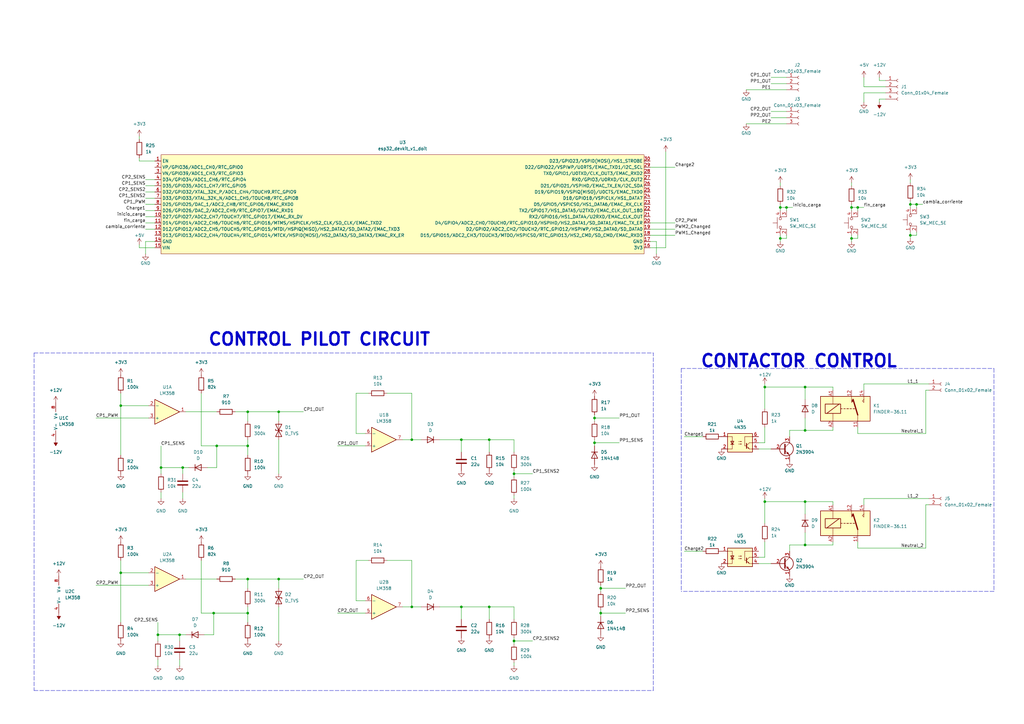
<source format=kicad_sch>
(kicad_sch (version 20211123) (generator eeschema)
  (paper "A3")
  (title_block (title "esp32evse") (date "2023-01-01") (rev "1.0") (company "Miguel Davila"))
  (lib_symbols
    (symbol "Amplifier_Operational:LM358" (pin_names (offset 0.127))
      (property "Reference" "U" (at 0 5.08 0))
      (property "Value" "LM358" (at 0 -5.08 0))
      (symbol "LM358_1_1"
        (pin output line (at 7.62 0 180) (length 2.54) (name "~") (number "1"))
        (pin input line (at -7.62 -2.54 0) (length 2.54) (name "-") (number "2"))
        (pin input line (at -7.62 2.54 0) (length 2.54) (name "+") (number "3"))
      )
      (symbol "LM358_2_1"
        (pin input line (at -7.62 2.54 0) (length 2.54) (name "+") (number "5"))
        (pin input line (at -7.62 -2.54 0) (length 2.54) (name "-") (number "6"))
        (pin output line (at 7.62 0 180) (length 2.54) (name "~") (number "7"))
      )
      (symbol "LM358_3_1"
        (pin power_in line (at -2.54 -7.62 90) (length 3.81) (name "V-") (number "4"))
        (pin power_in line (at -2.54 7.62 270) (length 3.81) (name "V+") (number "8"))
      )
    )
    (symbol "Connector:Conn_01x02_Female" (pin_names (offset 1.016) hide)
      (property "Reference" "J" (at 0 2.54 0))
      (property "Value" "Conn_01x02_Female" (at 0 -5.08 0))
      (symbol "Conn_01x02_Female_1_1"
        (pin passive line (at -5.08 0 0) (length 3.81) (name "Pin_1") (number "1"))
        (pin passive line (at -5.08 -2.54 0) (length 3.81) (name "Pin_2") (number "2"))
      )
    )
    (symbol "Connector:Conn_01x03_Female" (pin_names (offset 1.016) hide)
      (property "Reference" "J" (at 0 5.08 0))
      (property "Value" "Conn_01x03_Female" (at 0 -5.08 0))
      (symbol "Conn_01x03_Female_1_1"
        (pin passive line (at -5.08 2.54 0) (length 3.81) (name "Pin_1") (number "1"))
        (pin passive line (at -5.08 0 0) (length 3.81) (name "Pin_2") (number "2"))
        (pin passive line (at -5.08 -2.54 0) (length 3.81) (name "Pin_3") (number "3"))
      )
    )
    (symbol "Connector:Conn_01x04_Female" (pin_names (offset 1.016) hide)
      (property "Reference" "J" (at 0 5.08 0))
      (property "Value" "Conn_01x04_Female" (at 0 -7.62 0))
      (symbol "Conn_01x04_Female_1_1"
        (pin passive line (at -5.08 2.54 0) (length 3.81) (name "Pin_1") (number "1"))
        (pin passive line (at -5.08 0 0) (length 3.81) (name "Pin_2") (number "2"))
        (pin passive line (at -5.08 -2.54 0) (length 3.81) (name "Pin_3") (number "3"))
        (pin passive line (at -5.08 -5.08 0) (length 3.81) (name "Pin_4") (number "4"))
      )
    )
    (symbol "Device:C" (pin_numbers hide) (pin_names (offset 0.254))
      (property "Reference" "C" (at 0.635 2.54 0))
      (property "Value" "C" (at 0.635 -2.54 0))
      (symbol "C_1_1"
        (pin passive line (at 0 3.81 270) (length 2.794) (name "~") (number "1"))
        (pin passive line (at 0 -3.81 90) (length 2.794) (name "~") (number "2"))
      )
    )
    (symbol "Device:D" (pin_numbers hide) (pin_names (offset 1.016) hide)
      (property "Reference" "D" (at 0 2.54 0))
      (property "Value" "D" (at 0 -2.54 0))
      (symbol "D_1_1"
        (pin passive line (at -3.81 0 0) (length 2.54) (name "K") (number "1"))
        (pin passive line (at 3.81 0 180) (length 2.54) (name "A") (number "2"))
      )
    )
    (symbol "Device:D_TVS" (pin_numbers hide) (pin_names (offset 1.016) hide)
      (property "Reference" "D" (at 0 2.54 0))
      (property "Value" "D_TVS" (at 0 -2.54 0))
      (symbol "D_TVS_1_1"
        (pin passive line (at -3.81 0 0) (length 2.54) (name "A1") (number "1"))
        (pin passive line (at 3.81 0 180) (length 2.54) (name "A2") (number "2"))
      )
    )
    (symbol "Device:R" (pin_numbers hide) (pin_names (offset 0))
      (property "Reference" "R" (at 2.032 0 90))
      (property "Value" "R" (at 0 0 90))
      (symbol "R_1_1"
        (pin passive line (at 0 3.81 270) (length 1.27) (name "~") (number "1"))
        (pin passive line (at 0 -3.81 90) (length 1.27) (name "~") (number "2"))
      )
    )
    (symbol "Diode:1N4148" (pin_numbers hide) (pin_names (offset 1.016) hide)
      (property "Reference" "D" (at 0 2.54 0))
      (property "Value" "1N4148" (at 0 -2.54 0))
      (symbol "1N4148_1_1"
        (pin passive line (at -3.81 0 0) (length 2.54) (name "K") (number "1"))
        (pin passive line (at 3.81 0 180) (length 2.54) (name "A") (number "2"))
      )
    )
    (symbol "Isolator:4N35" (pin_names (offset 1.016))
      (property "Reference" "U" (at -5.08 5.08 0))
      (property "Value" "4N35" (at 0 5.08 0))
      (symbol "4N35_1_1"
        (pin passive line (at -7.62 2.54 0) (length 2.54) (name "~") (number "1"))
        (pin passive line (at -7.62 -2.54 0) (length 2.54) (name "~") (number "2"))
        (pin no_connect line (at -5.08 0 0) (length 2.54) hide (name "NC") (number "3"))
        (pin passive line (at 7.62 -2.54 180) (length 2.54) (name "~") (number "4"))
        (pin passive line (at 7.62 0 180) (length 2.54) (name "~") (number "5"))
        (pin passive line (at 7.62 2.54 180) (length 2.54) (name "~") (number "6"))
      )
    )
    (symbol "Relay:FINDER-36.11"
      (property "Reference" "K" (at 11.43 3.81 0))
      (property "Value" "FINDER-36.11" (at 11.43 1.27 0))
      (symbol "FINDER-36.11_1_1"
        (pin passive line (at 5.08 -7.62 90) (length 2.54) (name "~") (number "11"))
        (pin passive line (at 2.54 7.62 270) (length 2.54) (name "~") (number "12"))
        (pin passive line (at 7.62 7.62 270) (length 2.54) (name "~") (number "14"))
        (pin passive line (at -5.08 7.62 270) (length 2.54) (name "~") (number "A1"))
        (pin passive line (at -5.08 -7.62 90) (length 2.54) (name "~") (number "A2"))
      )
    )
    (symbol "Switch:SW_MEC_5E" (pin_names (offset 1.016) hide)
      (property "Reference" "SW" (at 0.635 5.715 0))
      (property "Value" "SW_MEC_5E" (at 0 -3.175 0))
      (symbol "SW_MEC_5E_0_1"
        (pin passive line (at -5.08 2.54 0) (length 2.54) (name "1") (number "1"))
        (pin passive line (at -5.08 0 0) (length 2.54) (name "2") (number "2"))
        (pin passive line (at 5.08 0 180) (length 2.54) (name "K") (number "3"))
        (pin passive line (at 5.08 2.54 180) (length 2.54) (name "A") (number "4"))
      )
    )
    (symbol "Transistor_BJT:2N3904" (pin_names (offset 0) hide)
      (property "Reference" "Q" (at 5.08 1.905 0))
      (property "Value" "2N3904" (at 5.08 0 0))
      (symbol "2N3904_1_1"
        (pin passive line (at 2.54 -5.08 90) (length 2.54) (name "E") (number "1"))
        (pin passive line (at -5.08 0 0) (length 5.715) (name "B") (number "2"))
        (pin passive line (at 2.54 5.08 270) (length 2.54) (name "C") (number "3"))
      )
    )
    (symbol "ipsotron:esp32_devkit_v1_doit"
      (property "Reference" "U" (at 0 24.13 0))
      (property "Value" "esp32_devkit_v1_doit" (at 1.27 -21.59 0))
      (symbol "esp32_devkit_v1_doit_1_1"
        (pin input line (at -101.6 19.05 0) (length 2.54) (name "EN") (number "1"))
        (pin bidirectional line (at -101.6 -3.81 0) (length 2.54) (name "D27/GPIO27/ADC2_CH7/TOUCH7/RTC_GPIO17/EMAC_RX_DV") (number "10"))
        (pin bidirectional line (at -101.6 -6.35 0) (length 2.54) (name "D14/GPIO14/ADC2_CH6/TOUCH6/RTC_GPIO16/MTMS/HSPICLK/HS2_CLK/SD_CLK/EMAC_TXD2") (number "11"))
        (pin bidirectional line (at -101.6 -8.89 0) (length 2.54) (name "D12/GPIO12/ADC2_CH5/TOUCH5/RTC_GPIO15/MTDI/HSPIQ(MISO)/HS2_DATA2/SD_DATA2/EMAC_TXD3") (number "12"))
        (pin bidirectional line (at -101.6 -11.43 0) (length 2.54) (name "D13/GPIO13/ADC2_CH4/TOUCH4/RTC_GPIO14/MTCK/HSPID(MOSI)/HS2_DATA3/SD_DATA3/EMAC_RX_ER") (number "13"))
        (pin power_in line (at -101.6 -13.97 0) (length 2.54) (name "GND") (number "14"))
        (pin power_in line (at -101.6 -16.51 0) (length 2.54) (name "VIN") (number "15"))
        (pin power_in line (at 101.6 -16.51 180) (length 2.54) (name "3V3") (number "16"))
        (pin power_in line (at 101.6 -13.97 180) (length 2.54) (name "GND") (number "17"))
        (pin power_in line (at 101.6 -11.43 180) (length 2.54) (name "D15/GPIO15/ADC2_CH3/TOUCH3/MTDO/HSPICS0/RTC_GPIO13/HS2_CMD/SD_CMD/EMAC_RXD3") (number "18"))
        (pin bidirectional line (at 101.6 -8.89 180) (length 2.54) (name "D2/GPIO2/ADC2_CH2/TOUCH2/RTC_GPIO12/HSPIWP/HS2_DATA0/SD_DATA0") (number "19"))
        (pin input line (at -101.6 16.51 0) (length 2.54) (name "VP/GPIO36/ADC1_CH0/RTC_GPIO0") (number "2"))
        (pin bidirectional line (at 101.6 -6.35 180) (length 2.54) (name "D4/GPIO4/ADC2_CH0/TOUCH0/RTC_GPIO10/HSPIHD/HS2_DATA1/SD_DATA1/EMAC_TX_ER") (number "20"))
        (pin bidirectional line (at 101.6 -3.81 180) (length 2.54) (name "RX2/GPIO16/HS1_DATA4/U2RXD/EMAC_CLK_OUT") (number "21"))
        (pin bidirectional line (at 101.6 -1.27 180) (length 2.54) (name "TX2/GPIO17/HS1_DATA5/U2TXD/EMAC_CLK_OUT_180") (number "22"))
        (pin bidirectional line (at 101.6 1.27 180) (length 2.54) (name "D5/GPIO5/VSPICS0/HS1_DATA6/EMAC_RX_CLK") (number "23"))
        (pin bidirectional line (at 101.6 3.81 180) (length 2.54) (name "D18/GPIO18/VSPICLK/HS1_DATA7") (number "24"))
        (pin bidirectional line (at 101.6 6.35 180) (length 2.54) (name "D19/GPIO19/VSPIQ(MISO)/U0CTS/EMAC_TXD0") (number "25"))
        (pin bidirectional line (at 101.6 8.89 180) (length 2.54) (name "D21/GPIO21/VSPIHD/EMAC_TX_EN/I2C_SDA") (number "26"))
        (pin bidirectional line (at 101.6 11.43 180) (length 2.54) (name "RX0/GPIO3/U0RXD/CLK_OUT2") (number "27"))
        (pin bidirectional line (at 101.6 13.97 180) (length 2.54) (name "TX0/GPIO1/U0TXD/CLK_OUT3/EMAC_RXD2") (number "28"))
        (pin bidirectional line (at 101.6 16.51 180) (length 2.54) (name "D22/GPIO22/VSPIWP/U0RTS/EMAC_TXD1/I2C_SCL") (number "29"))
        (pin input line (at -101.6 13.97 0) (length 2.54) (name "VN/GPIO39/ADC1_CH3/RTC_GPIO3") (number "3"))
        (pin bidirectional line (at 101.6 19.05 180) (length 2.54) (name "D23/GPIO23/VSPID(MOSI)/HS1_STROBE") (number "30"))
        (pin input line (at -101.6 11.43 0) (length 2.54) (name "D34/GPIO34/ADC1_CH6/RTC_GPIO4") (number "4"))
        (pin input line (at -101.6 8.89 0) (length 2.54) (name "D35/GPIO35/ADC1_CH7/RTC_GPIO5") (number "5"))
        (pin bidirectional line (at -101.6 6.35 0) (length 2.54) (name "D32/GPIO32/XTAL_32K_P/ADC1_CH4/TOUCH9,RTC_GPIO9") (number "6"))
        (pin bidirectional line (at -101.6 3.81 0) (length 2.54) (name "D33/GPIO33/XTAL_32K_N/ADC1_CH5/TOUCH8/RTC_GPIO8") (number "7"))
        (pin bidirectional line (at -101.6 1.27 0) (length 2.54) (name "D25/GPIO25/DAC_1/ADC2_CH8/RTC_GPIO6/EMAC_RXD0") (number "8"))
        (pin bidirectional line (at -101.6 -1.27 0) (length 2.54) (name "D26/GPIO26/DAC_2/ADC2_CH9/RTC_GPIO7/EMAC_RXD1") (number "9"))
      )
    )
    (symbol "power:+12V" (power) (pin_names (offset 0))
      (property "Value" "+12V" (at 0 3.556 0))
      (symbol "+12V_1_1"
        (pin power_in line (at 0 0 90) (length 0) hide (name "+12V") (number "1"))
      )
    )
    (symbol "power:+3V3" (power) (pin_names (offset 0))
      (property "Value" "+3V3" (at 0 3.556 0))
      (symbol "+3V3_1_1"
        (pin power_in line (at 0 0 90) (length 0) hide (name "+3V3") (number "1"))
      )
    )
    (symbol "power:+5V" (power) (pin_names (offset 0))
      (property "Value" "+5V" (at 0 3.556 0))
      (symbol "+5V_1_1"
        (pin power_in line (at 0 0 90) (length 0) hide (name "+5V") (number "1"))
      )
    )
    (symbol "power:-12V" (power) (pin_names (offset 0))
      (property "Value" "-12V" (at 0 3.81 0))
      (symbol "-12V_0_0"
        (pin power_in line (at 0 0 90) (length 0) hide (name "-12V") (number "1"))
      )
    )
    (symbol "power:GND" (power) (pin_names (offset 0))
      (property "Value" "GND" (at 0 -3.81 0))
      (symbol "GND_1_1"
        (pin power_in line (at 0 0 270) (length 0) hide (name "GND") (number "1"))
      )
    )
  )
  (junction (at 313.69 158.75))
  (junction (at 351.79 85.09))
  (junction (at 114.3 168.91))
  (junction (at 330.2 223.52))
  (junction (at 322.58 85.09))
  (junction (at 320.04 85.09))
  (junction (at 87.63 251.46))
  (junction (at 210.82 262.89))
  (junction (at 320.04 97.79))
  (junction (at 101.6 251.46))
  (junction (at 101.6 237.49))
  (junction (at 189.23 180.34))
  (junction (at 373.38 96.52))
  (junction (at 200.66 248.92))
  (junction (at 66.04 191.77))
  (junction (at 210.82 194.31))
  (junction (at 330.2 176.53))
  (junction (at 330.2 205.74))
  (junction (at 101.6 168.91))
  (junction (at 373.38 83.82))
  (junction (at 168.91 180.34))
  (junction (at 246.38 251.46))
  (junction (at 243.84 181.61))
  (junction (at 64.77 260.35))
  (junction (at 246.38 241.3))
  (junction (at 73.66 260.35))
  (junction (at 101.6 182.88))
  (junction (at 168.91 248.92))
  (junction (at 49.53 166.37))
  (junction (at 243.84 171.45))
  (junction (at 330.2 158.75))
  (junction (at 375.92 83.82))
  (junction (at 349.25 97.79))
  (junction (at 88.9 182.88))
  (junction (at 74.93 191.77))
  (junction (at 189.23 248.92))
  (junction (at 49.53 234.95))
  (junction (at 200.66 180.34))
  (junction (at 313.69 205.74))
  (junction (at 114.3 237.49))
  (junction (at 349.25 85.09))
  (wire (pts (xy 320.04 97.79) (xy 322.58 97.79)))
  (wire (pts (xy 373.38 96.52) (xy 373.38 97.79)))
  (wire (pts (xy 114.3 241.3) (xy 114.3 237.49)))
  (wire (pts (xy 375.92 83.82) (xy 378.46 83.82)))
  (wire (pts (xy 210.82 261.62) (xy 210.82 262.89)))
  (wire (pts (xy 146.05 161.29) (xy 151.13 161.29)))
  (wire (pts (xy 64.77 270.51) (xy 64.77 273.05)))
  (wire (pts (xy 101.6 168.91) (xy 101.6 172.72)))
  (wire (pts (xy 77.47 191.77) (xy 74.93 191.77)))
  (wire (pts (xy 354.33 204.47) (xy 381 204.47)))
  (wire (pts (xy 59.69 86.36) (xy 63.5 86.36)))
  (wire (pts (xy 341.63 222.25) (xy 341.63 223.52)))
  (wire (pts (xy 322.58 31.75) (xy 316.23 31.75)))
  (wire (pts (xy 73.66 270.51) (xy 73.66 273.05)))
  (wire (pts (xy 320.04 97.79) (xy 320.04 99.06)))
  (wire (pts (xy 200.66 180.34) (xy 200.66 185.42)))
  (wire (pts (xy 373.38 82.55) (xy 373.38 83.82)))
  (wire (pts (xy 349.25 97.79) (xy 349.25 99.06)))
  (wire (pts (xy 313.69 214.63) (xy 313.69 205.74)))
  (wire (pts (xy 66.04 182.88) (xy 66.04 191.77)))
  (wire (pts (xy 189.23 248.92) (xy 189.23 254)))
  (wire (pts (xy 269.24 99.06) (xy 269.24 104.14)))
  (wire (pts (xy 64.77 262.89) (xy 64.77 260.35)))
  (wire (pts (xy 341.63 158.75) (xy 330.2 158.75)))
  (wire (pts (xy 351.79 96.52) (xy 351.79 97.79)))
  (wire (pts (xy 138.43 182.88) (xy 149.86 182.88)))
  (wire (pts (xy 373.38 73.66) (xy 373.38 74.93)))
  (wire (pts (xy 349.25 96.52) (xy 349.25 97.79)))
  (wire (pts (xy 158.75 161.29) (xy 168.91 161.29)))
  (wire (pts (xy 243.84 181.61) (xy 243.84 182.88)))
  (wire (pts (xy 96.52 237.49) (xy 101.6 237.49)))
  (wire (pts (xy 87.63 260.35) (xy 87.63 251.46)))
  (wire (pts (xy 101.6 251.46) (xy 101.6 255.27)))
  (wire (pts (xy 313.69 228.6) (xy 313.69 222.25)))
  (wire (pts (xy 320.04 85.09) (xy 322.58 85.09)))
  (wire (pts (xy 64.77 260.35) (xy 73.66 260.35)))
  (wire (pts (xy 320.04 96.52) (xy 320.04 97.79)))
  (wire (pts (xy 114.3 237.49) (xy 101.6 237.49)))
  (wire (pts (xy 322.58 96.52) (xy 322.58 97.79)))
  (wire (pts (xy 210.82 193.04) (xy 210.82 194.31)))
  (polyline (pts (xy 267.97 283.21) (xy 267.97 144.78)))
  (wire (pts (xy 114.3 180.34) (xy 114.3 194.31)))
  (polyline (pts (xy 13.97 144.78) (xy 267.97 144.78)))
  (wire (pts (xy 210.82 248.92) (xy 210.82 254)))
  (wire (pts (xy 311.15 181.61) (xy 313.69 181.61)))
  (wire (pts (xy 49.53 166.37) (xy 60.96 166.37)))
  (wire (pts (xy 351.79 224.79) (xy 351.79 222.25)))
  (wire (pts (xy 57.15 55.88) (xy 57.15 57.15)))
  (polyline (pts (xy 407.67 151.13) (xy 407.67 242.57)))
  (wire (pts (xy 322.58 45.72) (xy 316.23 45.72)))
  (wire (pts (xy 323.85 223.52) (xy 330.2 223.52)))
  (wire (pts (xy 114.3 168.91) (xy 124.46 168.91)))
  (wire (pts (xy 349.25 85.09) (xy 349.25 86.36)))
  (wire (pts (xy 313.69 181.61) (xy 313.69 175.26)))
  (wire (pts (xy 66.04 191.77) (xy 74.93 191.77)))
  (wire (pts (xy 280.67 179.07) (xy 288.29 179.07)))
  (wire (pts (xy 180.34 248.92) (xy 189.23 248.92)))
  (wire (pts (xy 168.91 229.87) (xy 168.91 248.92)))
  (wire (pts (xy 351.79 177.8) (xy 379.73 177.8)))
  (wire (pts (xy 49.53 234.95) (xy 60.96 234.95)))
  (polyline (pts (xy 279.4 151.13) (xy 279.4 242.57)))
  (wire (pts (xy 114.3 248.92) (xy 114.3 262.89)))
  (wire (pts (xy 351.79 224.79) (xy 379.73 224.79)))
  (wire (pts (xy 322.58 85.09) (xy 325.12 85.09)))
  (wire (pts (xy 323.85 226.06) (xy 323.85 223.52)))
  (wire (pts (xy 101.6 237.49) (xy 101.6 241.3)))
  (wire (pts (xy 82.55 251.46) (xy 87.63 251.46)))
  (wire (pts (xy 168.91 248.92) (xy 165.1 248.92)))
  (wire (pts (xy 210.82 262.89) (xy 210.82 264.16)))
  (wire (pts (xy 246.38 250.19) (xy 246.38 251.46)))
  (wire (pts (xy 59.69 93.98) (xy 63.5 93.98)))
  (wire (pts (xy 146.05 246.38) (xy 146.05 229.87)))
  (wire (pts (xy 246.38 241.3) (xy 246.38 242.57)))
  (wire (pts (xy 363.22 40.64) (xy 360.68 40.64)))
  (wire (pts (xy 39.37 240.03) (xy 60.96 240.03)))
  (wire (pts (xy 379.73 160.02) (xy 381 160.02)))
  (wire (pts (xy 243.84 171.45) (xy 254 171.45)))
  (wire (pts (xy 313.69 157.48) (xy 313.69 158.75)))
  (wire (pts (xy 320.04 85.09) (xy 320.04 86.36)))
  (wire (pts (xy 341.63 160.02) (xy 341.63 158.75)))
  (wire (pts (xy 313.69 204.47) (xy 313.69 205.74)))
  (wire (pts (xy 266.7 68.58) (xy 276.86 68.58)))
  (wire (pts (xy 311.15 231.14) (xy 316.23 231.14)))
  (wire (pts (xy 76.2 237.49) (xy 88.9 237.49)))
  (wire (pts (xy 341.63 175.26) (xy 341.63 176.53)))
  (wire (pts (xy 363.22 35.56) (xy 354.33 35.56)))
  (wire (pts (xy 349.25 83.82) (xy 349.25 85.09)))
  (wire (pts (xy 82.55 229.87) (xy 82.55 251.46)))
  (wire (pts (xy 88.9 182.88) (xy 101.6 182.88)))
  (wire (pts (xy 200.66 248.92) (xy 200.66 254)))
  (wire (pts (xy 82.55 161.29) (xy 82.55 182.88)))
  (wire (pts (xy 101.6 248.92) (xy 101.6 251.46)))
  (wire (pts (xy 73.66 260.35) (xy 73.66 262.89)))
  (wire (pts (xy 313.69 158.75) (xy 330.2 158.75)))
  (wire (pts (xy 280.67 226.06) (xy 288.29 226.06)))
  (wire (pts (xy 210.82 180.34) (xy 210.82 185.42)))
  (wire (pts (xy 266.7 96.52) (xy 276.86 96.52)))
  (wire (pts (xy 379.73 224.79) (xy 379.73 207.01)))
  (wire (pts (xy 323.85 176.53) (xy 330.2 176.53)))
  (wire (pts (xy 57.15 100.33) (xy 57.15 101.6)))
  (wire (pts (xy 266.7 99.06) (xy 269.24 99.06)))
  (wire (pts (xy 349.25 97.79) (xy 351.79 97.79)))
  (wire (pts (xy 351.79 177.8) (xy 351.79 175.26)))
  (wire (pts (xy 210.82 194.31) (xy 218.44 194.31)))
  (wire (pts (xy 379.73 207.01) (xy 381 207.01)))
  (wire (pts (xy 246.38 251.46) (xy 256.54 251.46)))
  (wire (pts (xy 66.04 194.31) (xy 66.04 191.77)))
  (wire (pts (xy 360.68 31.75) (xy 360.68 33.02)))
  (wire (pts (xy 243.84 170.18) (xy 243.84 171.45)))
  (wire (pts (xy 273.05 62.23) (xy 273.05 101.6)))
  (wire (pts (xy 243.84 181.61) (xy 254 181.61)))
  (wire (pts (xy 354.33 160.02) (xy 354.33 157.48)))
  (wire (pts (xy 246.38 241.3) (xy 256.54 241.3)))
  (wire (pts (xy 114.3 168.91) (xy 101.6 168.91)))
  (wire (pts (xy 349.25 85.09) (xy 351.79 85.09)))
  (wire (pts (xy 373.38 83.82) (xy 375.92 83.82)))
  (wire (pts (xy 246.38 251.46) (xy 246.38 252.73)))
  (wire (pts (xy 74.93 191.77) (xy 74.93 194.31)))
  (wire (pts (xy 57.15 101.6) (xy 63.5 101.6)))
  (wire (pts (xy 149.86 177.8) (xy 146.05 177.8)))
  (wire (pts (xy 66.04 201.93) (xy 66.04 204.47)))
  (wire (pts (xy 59.69 81.28) (xy 63.5 81.28)))
  (wire (pts (xy 76.2 260.35) (xy 73.66 260.35)))
  (wire (pts (xy 59.69 91.44) (xy 63.5 91.44)))
  (polyline (pts (xy 13.97 283.21) (xy 267.97 283.21)))
  (wire (pts (xy 349.25 74.93) (xy 349.25 76.2)))
  (wire (pts (xy 373.38 83.82) (xy 373.38 85.09)))
  (wire (pts (xy 59.69 99.06) (xy 59.69 104.14)))
  (wire (pts (xy 354.33 207.01) (xy 354.33 204.47)))
  (wire (pts (xy 266.7 91.44) (xy 276.86 91.44)))
  (wire (pts (xy 168.91 180.34) (xy 172.72 180.34)))
  (wire (pts (xy 59.69 76.2) (xy 63.5 76.2)))
  (wire (pts (xy 330.2 205.74) (xy 330.2 210.82)))
  (wire (pts (xy 88.9 191.77) (xy 88.9 182.88)))
  (wire (pts (xy 101.6 182.88) (xy 101.6 186.69)))
  (wire (pts (xy 313.69 167.64) (xy 313.69 158.75)))
  (wire (pts (xy 168.91 248.92) (xy 172.72 248.92)))
  (wire (pts (xy 168.91 161.29) (xy 168.91 180.34)))
  (wire (pts (xy 59.69 78.74) (xy 63.5 78.74)))
  (wire (pts (xy 341.63 176.53) (xy 330.2 176.53)))
  (wire (pts (xy 360.68 33.02) (xy 363.22 33.02)))
  (wire (pts (xy 351.79 86.36) (xy 351.79 85.09)))
  (wire (pts (xy 354.33 38.1) (xy 354.33 41.91)))
  (wire (pts (xy 322.58 50.8) (xy 306.07 50.8)))
  (wire (pts (xy 189.23 248.92) (xy 200.66 248.92)))
  (wire (pts (xy 360.68 40.64) (xy 360.68 41.91)))
  (wire (pts (xy 351.79 85.09) (xy 354.33 85.09)))
  (wire (pts (xy 39.37 171.45) (xy 60.96 171.45)))
  (wire (pts (xy 82.55 182.88) (xy 88.9 182.88)))
  (polyline (pts (xy 407.67 242.57) (xy 279.4 242.57)))
  (wire (pts (xy 322.58 36.83) (xy 306.07 36.83)))
  (wire (pts (xy 330.2 158.75) (xy 330.2 163.83)))
  (wire (pts (xy 200.66 248.92) (xy 210.82 248.92)))
  (wire (pts (xy 101.6 180.34) (xy 101.6 182.88)))
  (wire (pts (xy 243.84 180.34) (xy 243.84 181.61)))
  (wire (pts (xy 49.53 166.37) (xy 49.53 186.69)))
  (wire (pts (xy 330.2 171.45) (xy 330.2 176.53)))
  (wire (pts (xy 373.38 96.52) (xy 375.92 96.52)))
  (wire (pts (xy 57.15 66.04) (xy 57.15 64.77)))
  (wire (pts (xy 85.09 191.77) (xy 88.9 191.77)))
  (wire (pts (xy 96.52 168.91) (xy 101.6 168.91)))
  (wire (pts (xy 330.2 218.44) (xy 330.2 223.52)))
  (wire (pts (xy 320.04 74.93) (xy 320.04 76.2)))
  (wire (pts (xy 354.33 157.48) (xy 381 157.48)))
  (wire (pts (xy 200.66 180.34) (xy 210.82 180.34)))
  (wire (pts (xy 246.38 240.03) (xy 246.38 241.3)))
  (wire (pts (xy 313.69 205.74) (xy 330.2 205.74)))
  (wire (pts (xy 341.63 223.52) (xy 330.2 223.52)))
  (wire (pts (xy 322.58 48.26) (xy 316.23 48.26)))
  (wire (pts (xy 74.93 201.93) (xy 74.93 204.47)))
  (wire (pts (xy 168.91 180.34) (xy 165.1 180.34)))
  (wire (pts (xy 146.05 177.8) (xy 146.05 161.29)))
  (wire (pts (xy 375.92 95.25) (xy 375.92 96.52)))
  (wire (pts (xy 243.84 171.45) (xy 243.84 172.72)))
  (wire (pts (xy 210.82 271.78) (xy 210.82 273.05)))
  (wire (pts (xy 149.86 246.38) (xy 146.05 246.38)))
  (wire (pts (xy 63.5 99.06) (xy 59.69 99.06)))
  (wire (pts (xy 59.69 73.66) (xy 63.5 73.66)))
  (wire (pts (xy 49.53 234.95) (xy 49.53 255.27)))
  (wire (pts (xy 114.3 237.49) (xy 124.46 237.49)))
  (wire (pts (xy 210.82 203.2) (xy 210.82 204.47)))
  (wire (pts (xy 87.63 251.46) (xy 101.6 251.46)))
  (wire (pts (xy 59.69 88.9) (xy 63.5 88.9)))
  (wire (pts (xy 379.73 177.8) (xy 379.73 160.02)))
  (wire (pts (xy 273.05 101.6) (xy 266.7 101.6)))
  (wire (pts (xy 83.82 260.35) (xy 87.63 260.35)))
  (wire (pts (xy 180.34 180.34) (xy 189.23 180.34)))
  (wire (pts (xy 363.22 38.1) (xy 354.33 38.1)))
  (wire (pts (xy 375.92 85.09) (xy 375.92 83.82)))
  (wire (pts (xy 320.04 83.82) (xy 320.04 85.09)))
  (wire (pts (xy 341.63 207.01) (xy 341.63 205.74)))
  (wire (pts (xy 322.58 34.29) (xy 316.23 34.29)))
  (wire (pts (xy 146.05 229.87) (xy 151.13 229.87)))
  (wire (pts (xy 114.3 172.72) (xy 114.3 168.91)))
  (wire (pts (xy 373.38 95.25) (xy 373.38 96.52)))
  (wire (pts (xy 323.85 179.07) (xy 323.85 176.53)))
  (wire (pts (xy 59.69 83.82) (xy 63.5 83.82)))
  (wire (pts (xy 210.82 194.31) (xy 210.82 195.58)))
  (wire (pts (xy 76.2 168.91) (xy 88.9 168.91)))
  (wire (pts (xy 64.77 255.27) (xy 64.77 260.35)))
  (wire (pts (xy 158.75 229.87) (xy 168.91 229.87)))
  (wire (pts (xy 210.82 262.89) (xy 218.44 262.89)))
  (wire (pts (xy 311.15 228.6) (xy 313.69 228.6)))
  (wire (pts (xy 63.5 66.04) (xy 57.15 66.04)))
  (polyline (pts (xy 13.97 144.78) (xy 13.97 283.21)))
  (wire (pts (xy 189.23 180.34) (xy 189.23 185.42)))
  (wire (pts (xy 49.53 229.87) (xy 49.53 234.95)))
  (wire (pts (xy 354.33 35.56) (xy 354.33 31.75)))
  (wire (pts (xy 266.7 93.98) (xy 276.86 93.98)))
  (polyline (pts (xy 279.4 151.13) (xy 407.67 151.13)))
  (wire (pts (xy 49.53 161.29) (xy 49.53 166.37)))
  (wire (pts (xy 311.15 184.15) (xy 316.23 184.15)))
  (wire (pts (xy 322.58 86.36) (xy 322.58 85.09)))
  (wire (pts (xy 341.63 205.74) (xy 330.2 205.74)))
  (wire (pts (xy 189.23 180.34) (xy 200.66 180.34)))
  (wire (pts (xy 138.43 251.46) (xy 149.86 251.46)))
  (text "CONTACTOR CONTROL" (at 287.02 151.13 0) (effects (font (size 5 5) (thickness 1) bold) (justify left bottom)))
  (text "CONTROL PILOT CIRCUIT" (at 85.09 142.24 0) (effects (font (size 5 5) (thickness 1) bold) (justify left bottom)))
  (label "CP1_PWM" (at 59.69 83.82 180))
  (label "CP1_PWM" (at 39.37 171.45 0))
  (label "Charge2" (at 276.86 68.58 0))
  (label "inicio_carga" (at 59.69 88.9 180))
  (label "Neutral_1" (at 369.57 177.8 0))
  (label "cambia_corriente" (at 378.46 83.82 0))
  (label "fin_carga" (at 59.69 91.44 180))
  (label "PWM1_Changed" (at 276.86 96.52 0))
  (label "CP1_OUT" (at 316.23 31.75 180))
  (label "Charge1" (at 280.67 179.07 0))
  (label "PP2_SENS" (at 256.54 251.46 0))
  (label "CP1_OUT" (at 124.46 168.91 0))
  (label "PP1_OUT" (at 316.23 34.29 180))
  (label "CP2_SENS2" (at 59.69 78.74 180))
  (label "CP2_OUT" (at 124.46 237.49 0))
  (label "PP1_SENS" (at 254 181.61 0))
  (label "CP2_PWM" (at 39.37 240.03 0))
  (label "CP1_SENS2" (at 218.44 194.31 0))
  (label "L1_2" (at 372.11 204.47 0))
  (label "CP2_OUT" (at 316.23 45.72 180))
  (label "CP2_PWM" (at 276.86 91.44 0))
  (label "CP2_SENS" (at 64.77 255.27 180))
  (label "PE2" (at 316.23 50.8 180))
  (label "CP2_OUT" (at 138.43 251.46 0))
  (label "CP2_SENS2" (at 218.44 262.89 0))
  (label "PWM2_Changed" (at 276.86 93.98 0))
  (label "CP2_SENS" (at 59.69 73.66 180))
  (label "PP1_OUT" (at 254 171.45 0))
  (label "inicio_carga" (at 325.12 85.09 0))
  (label "Charge2" (at 280.67 226.06 0))
  (label "Neutral_2" (at 369.57 224.79 0))
  (label "L1_1" (at 372.11 157.48 0))
  (label "CP1_SENS" (at 66.04 182.88 0))
  (label "Charge1" (at 59.69 86.36 180))
  (label "CP1_OUT" (at 138.43 182.88 0))
  (label "PE1" (at 316.23 36.83 180))
  (label "PP2_OUT" (at 316.23 48.26 180))
  (label "CP1_SENS" (at 59.69 76.2 180))
  (label "CP1_SENS2" (at 59.69 81.28 180))
  (label "fin_carga" (at 354.33 85.09 0))
  (label "cambia_corriente" (at 59.69 93.98 180))
  (label "PP2_OUT" (at 256.54 241.3 0))
  (symbol (lib_id "power:-12V") (at 360.68 41.91 180) (unit 1)
    (property "Reference" "#PWR030" (effects hide))
    (property "Value" "-12V" (at 360.68 46.99 0))
  )
  (symbol (lib_id "power:+3V3") (at 373.38 73.66 0) (unit 1)
    (property "Reference" "#PWR035" (effects hide))
    (property "Value" "+3V3" (at 373.38 68.58 0))
  )
  (symbol (lib_id "Device:R") (at 313.69 218.44 180) (unit 1)
    (property "Reference" "R24" (at 316.23 217.1699 0) (effects (justify right)))
    (property "Value" "1k" (at 316.23 219.7099 0) (effects (justify right)))
    (property "Footprint" "Resistor_THT:R_Axial_DIN0204_L3.6mm_D1.6mm_P7.62mm_Horizontal" (effects hide))
  )
  (symbol (lib_id "Device:R") (at 154.94 229.87 90) (unit 1)
    (property "Reference" "R14" (at 154.94 223.52 90))
    (property "Value" "10k" (at 154.94 226.06 90))
    (property "Footprint" "Resistor_THT:R_Axial_DIN0204_L3.6mm_D1.6mm_P7.62mm_Horizontal" (effects hide))
  )
  (symbol (lib_id "power:GND") (at 210.82 204.47 0) (unit 1)
    (property "Reference" "#PWR0115" (effects hide))
    (property "Value" "GND" (at 210.82 209.55 0))
  )
  (symbol (lib_id "Device:R") (at 49.53 157.48 0) (unit 1)
    (property "Reference" "R1" (at 52.07 156.2099 0) (effects (justify left)))
    (property "Value" "100k" (at 52.07 158.7499 0) (effects (justify left)))
    (property "Footprint" "Resistor_THT:R_Axial_DIN0204_L3.6mm_D1.6mm_P7.62mm_Horizontal" (effects hide))
  )
  (symbol (lib_id "Device:C") (at 189.23 257.81 0) (unit 1)
    (property "Reference" "C2" (at 193.04 256.5399 0) (effects (justify left)))
    (property "Value" "22u" (at 193.04 259.0799 0) (effects (justify left)))
    (property "Footprint" "Capacitor_THT:C_Radial_D5.0mm_H7.0mm_P2.00mm" (effects hide))
  )
  (symbol (lib_id "power:GND") (at 114.3 262.89 0) (unit 1)
    (property "Reference" "#PWR012" (effects hide))
    (property "Value" "GND" (at 114.3 267.97 0))
  )
  (symbol (lib_id "power:GND") (at 189.23 193.04 0) (unit 1)
    (property "Reference" "#PWR013" (effects hide))
    (property "Value" "GND" (at 189.23 198.12 0))
  )
  (symbol (lib_id "Device:D") (at 330.2 167.64 270) (unit 1)
    (property "Reference" "D8" (at 332.74 166.3699 90) (effects (justify left)))
    (property "Value" "D" (at 332.74 168.9099 90) (effects (justify left)))
    (property "Footprint" "Diode_THT:D_DO-35_SOD27_P7.62mm_Horizontal" (effects hide))
  )
  (symbol (lib_id "power:+12V") (at 360.68 31.75 0) (unit 1)
    (property "Reference" "#PWR029" (effects hide))
    (property "Value" "+12V" (at 360.68 26.67 0))
  )
  (symbol (lib_id "Device:C") (at 74.93 198.12 0) (unit 1)
    (property "Reference" "C4" (at 78.74 196.8499 0) (effects (justify left)))
    (property "Value" "22u" (at 78.74 199.3899 0) (effects (justify left)))
    (property "Footprint" "Capacitor_THT:C_Radial_D5.0mm_H7.0mm_P2.00mm" (effects hide))
  )
  (symbol (lib_id "power:+5V") (at 57.15 100.33 0) (unit 1)
    (property "Reference" "#PWR0118" (effects hide))
    (property "Value" "+5V" (at 57.15 96.52 0))
  )
  (symbol (lib_id "Device:R") (at 64.77 266.7 0) (unit 1)
    (property "Reference" "R30" (at 67.31 265.4299 0) (effects (justify left)))
    (property "Value" "10k" (at 67.31 267.9699 0) (effects (justify left)))
    (property "Footprint" "Resistor_THT:R_Axial_DIN0204_L3.6mm_D1.6mm_P7.62mm_Horizontal" (effects hide))
  )
  (symbol (lib_id "power:GND") (at 49.53 194.31 0) (unit 1)
    (property "Reference" "#PWR04" (effects hide))
    (property "Value" "GND" (at 49.53 199.39 0))
  )
  (symbol (lib_id "power:+12V") (at 313.69 157.48 0) (unit 1)
    (property "Reference" "#PWR0108" (effects hide))
    (property "Value" "+12V" (at 313.69 153.67 0))
  )
  (symbol (lib_id "Device:R") (at 292.1 179.07 90) (unit 1)
    (property "Reference" "R21" (at 292.1 173.99 90))
    (property "Value" "1k" (at 292.1 176.53 90))
    (property "Footprint" "Resistor_THT:R_Axial_DIN0204_L3.6mm_D1.6mm_P7.62mm_Horizontal" (effects hide))
  )
  (symbol (lib_id "Transistor_BJT:2N3904") (at 321.31 184.15 0) (unit 1)
    (property "Reference" "Q1" (at 326.39 182.8799 0) (effects (justify left)))
    (property "Value" "2N3904" (at 326.39 185.4199 0) (effects (justify left)))
    (property "Footprint" "Package_TO_SOT_THT:TO-92_Inline_Wide" (effects hide))
    (property "Datasheet" "https://www.onsemi.com/pub/Collateral/2N3903-D.PDF" (effects hide))
  )
  (symbol (lib_id "Connector:Conn_01x03_Female") (at 327.66 34.29 0) (unit 1)
    (property "Reference" "J2" (at 327.025 26.67 0))
    (property "Value" "Conn_01x03_Female" (at 327.025 29.21 0))
    (property "Footprint" "Connector_JST:JST_NV_B03P-NV_1x03_P5.00mm_Vertical" (effects hide))
  )
  (symbol (lib_id "Device:R") (at 101.6 245.11 0) (unit 1)
    (property "Reference" "R11" (at 104.14 243.8399 0) (effects (justify left)))
    (property "Value" "300k" (at 104.14 246.3799 0) (effects (justify left)))
    (property "Footprint" "Resistor_THT:R_Axial_DIN0204_L3.6mm_D1.6mm_P7.62mm_Horizontal" (effects hide))
  )
  (symbol (lib_id "Device:R") (at 82.55 226.06 0) (unit 1)
    (property "Reference" "R6" (at 85.09 224.7899 0) (effects (justify left)))
    (property "Value" "82k" (at 85.09 227.3299 0) (effects (justify left)))
    (property "Footprint" "Resistor_THT:R_Axial_DIN0204_L3.6mm_D1.6mm_P7.62mm_Horizontal" (effects hide))
  )
  (symbol (lib_id "ipsotron:esp32_devkit_v1_doit") (at 165.1 85.09 0) (unit 1)
    (property "Reference" "U3" (at 165.1 58.42 0))
    (property "Value" "esp32_devkit_v1_doit" (at 165.1 60.96 0))
    (property "Footprint" "ipsotron:ESP32_Devkit_v1_doit_30pin" (effects hide))
  )
  (symbol (lib_id "power:GND") (at 200.66 261.62 0) (unit 1)
    (property "Reference" "#PWR016" (effects hide))
    (property "Value" "GND" (at 200.66 266.7 0))
  )
  (symbol (lib_id "Device:D") (at 176.53 248.92 180) (unit 1)
    (property "Reference" "D4" (at 176.53 242.57 0))
    (property "Value" "D" (at 176.53 245.11 0))
    (property "Footprint" "Diode_THT:D_T-1_P10.16mm_Horizontal" (effects hide))
  )
  (symbol (lib_id "Device:R") (at 154.94 161.29 90) (unit 1)
    (property "Reference" "R13" (at 154.94 154.94 90))
    (property "Value" "10k" (at 154.94 157.48 90))
    (property "Footprint" "Resistor_THT:R_Axial_DIN0204_L3.6mm_D1.6mm_P7.62mm_Horizontal" (effects hide))
  )
  (symbol (lib_id "Diode:1N4148") (at 246.38 256.54 270) (unit 1)
    (property "Reference" "D6" (at 248.92 255.2699 90) (effects (justify left)))
    (property "Value" "1N4148" (at 248.92 257.8099 90) (effects (justify left)))
    (property "Footprint" "Diode_THT:D_DO-35_SOD27_P7.62mm_Horizontal" (effects hide))
    (property "Datasheet" "https://assets.nexperia.com/documents/data-sheet/1N4148_1N4448.pdf" (effects hide))
  )
  (symbol (lib_id "power:+3V3") (at 49.53 153.67 0) (unit 1)
    (property "Reference" "#PWR03" (effects hide))
    (property "Value" "+3V3" (at 49.53 148.59 0))
  )
  (symbol (lib_id "power:+3V3") (at 243.84 162.56 0) (unit 1)
    (property "Reference" "#PWR017" (effects hide))
    (property "Value" "+3V3" (at 243.84 157.48 0))
  )
  (symbol (lib_id "Device:R") (at 210.82 257.81 0) (unit 1)
    (property "Reference" "R28" (at 213.36 256.5399 0) (effects (justify left)))
    (property "Value" "300k" (at 213.36 259.0799 0) (effects (justify left)))
    (property "Footprint" "Resistor_THT:R_Axial_DIN0204_L3.6mm_D1.6mm_P7.62mm_Horizontal" (effects hide))
  )
  (symbol (lib_id "power:GND") (at 101.6 262.89 0) (unit 1)
    (property "Reference" "#PWR010" (effects hide))
    (property "Value" "GND" (at 101.6 267.97 0))
  )
  (symbol (lib_id "Connector:Conn_01x02_Female") (at 386.08 157.48 0) (unit 1)
    (property "Reference" "J4" (at 387.35 157.4799 0) (effects (justify left)))
    (property "Value" "Conn_01x02_Female" (at 387.35 160.0199 0) (effects (justify left)))
    (property "Footprint" "Connector_JST:JST_NV_B02P-NV_1x02_P5.00mm_Vertical" (effects hide))
  )
  (symbol (lib_id "power:+3V3") (at 82.55 153.67 0) (unit 1)
    (property "Reference" "#PWR07" (effects hide))
    (property "Value" "+3V3" (at 82.55 148.59 0))
  )
  (symbol (lib_id "power:+12V") (at 313.69 204.47 0) (unit 1)
    (property "Reference" "#PWR0112" (effects hide))
    (property "Value" "+12V" (at 313.69 200.66 0))
  )
  (symbol (lib_id "power:GND") (at 49.53 262.89 0) (unit 1)
    (property "Reference" "#PWR06" (effects hide))
    (property "Value" "GND" (at 49.53 267.97 0))
  )
  (symbol (lib_id "power:+3V3") (at 246.38 232.41 0) (unit 1)
    (property "Reference" "#PWR019" (effects hide))
    (property "Value" "+3V3" (at 246.38 227.33 0))
  )
  (symbol (lib_id "power:GND") (at 66.04 204.47 0) (unit 1)
    (property "Reference" "#PWR024" (effects hide))
    (property "Value" "GND" (at 66.04 209.55 0))
  )
  (symbol (lib_id "Device:R") (at 92.71 237.49 90) (unit 1)
    (property "Reference" "R8" (at 92.71 231.14 90))
    (property "Value" "910" (at 92.71 233.68 90))
    (property "Footprint" "Resistor_THT:R_Axial_DIN0204_L3.6mm_D1.6mm_P7.62mm_Horizontal" (effects hide))
  )
  (symbol (lib_id "power:GND") (at 373.38 97.79 0) (mirror y) (unit 1)
    (property "Reference" "#PWR036" (effects hide))
    (property "Value" "GND" (at 373.38 101.6 0))
  )
  (symbol (lib_id "Device:R") (at 66.04 198.12 0) (unit 1)
    (property "Reference" "R31" (at 68.58 196.8499 0) (effects (justify left)))
    (property "Value" "10k" (at 68.58 199.3899 0) (effects (justify left)))
    (property "Footprint" "Resistor_THT:R_Axial_DIN0204_L3.6mm_D1.6mm_P7.62mm_Horizontal" (effects hide))
  )
  (symbol (lib_id "power:GND") (at 349.25 99.06 0) (mirror y) (unit 1)
    (property "Reference" "#PWR034" (effects hide))
    (property "Value" "GND" (at 349.25 102.87 0))
  )
  (symbol (lib_id "power:GND") (at 64.77 273.05 0) (unit 1)
    (property "Reference" "#PWR023" (effects hide))
    (property "Value" "GND" (at 64.77 278.13 0))
  )
  (symbol (lib_id "power:GND") (at 246.38 260.35 0) (unit 1)
    (property "Reference" "#PWR020" (effects hide))
    (property "Value" "GND" (at 246.38 265.43 0))
  )
  (symbol (lib_id "Device:R") (at 320.04 80.01 180) (unit 1)
    (property "Reference" "R32" (at 322.58 78.7399 0) (effects (justify right)))
    (property "Value" "10k" (at 322.58 81.2799 0) (effects (justify right)))
    (property "Footprint" "Resistor_THT:R_Axial_DIN0204_L3.6mm_D1.6mm_P7.62mm_Horizontal" (effects hide))
  )
  (symbol (lib_id "Device:R") (at 92.71 168.91 90) (unit 1)
    (property "Reference" "R7" (at 92.71 162.56 90))
    (property "Value" "910" (at 92.71 165.1 90))
    (property "Footprint" "Resistor_THT:R_Axial_DIN0204_L3.6mm_D1.6mm_P7.62mm_Horizontal" (effects hide))
  )
  (symbol (lib_id "Relay:FINDER-36.11") (at 346.71 214.63 0) (unit 1)
    (property "Reference" "K2" (at 358.14 213.3599 0) (effects (justify left)))
    (property "Value" "FINDER-36.11" (at 358.14 215.8999 0) (effects (justify left)))
    (property "Footprint" "Relay_THT:Relay_SPDT_Finder_36.11" (effects hide))
    (property "Datasheet" "https://gfinder.findernet.com/public/attachments/36/EN/S36EN.pdf" (effects hide))
  )
  (symbol (lib_id "Amplifier_Operational:LM358") (at 68.58 237.49 0) (mirror x) (unit 1)
    (property "Reference" "U2" (at 68.58 227.33 0))
    (property "Value" "LM358" (at 68.58 229.87 0))
    (property "Footprint" "Package_DIP:DIP-8_W7.62mm_Socket_LongPads" (effects hide))
    (property "Datasheet" "http://www.ti.com/lit/ds/symlink/lm2904-n.pdf" (effects hide))
  )
  (symbol (lib_id "Relay:FINDER-36.11") (at 346.71 167.64 0) (unit 1)
    (property "Reference" "K1" (at 358.14 166.3699 0) (effects (justify left)))
    (property "Value" "FINDER-36.11" (at 358.14 168.9099 0) (effects (justify left)))
    (property "Footprint" "Relay_THT:Relay_SPDT_Finder_36.11" (effects hide))
    (property "Datasheet" "https://gfinder.findernet.com/public/attachments/36/EN/S36EN.pdf" (effects hide))
  )
  (symbol (lib_id "Device:D_TVS") (at 114.3 245.11 270) (unit 1)
    (property "Reference" "D2" (at 116.84 243.8399 90) (effects (justify left)))
    (property "Value" "D_TVS" (at 116.84 246.3799 90) (effects (justify left)))
    (property "Footprint" "Diode_THT:D_DO-35_SOD27_P7.62mm_Horizontal" (effects hide))
  )
  (symbol (lib_id "Device:R") (at 49.53 226.06 0) (unit 1)
    (property "Reference" "R3" (at 52.07 224.7899 0) (effects (justify left)))
    (property "Value" "100k" (at 52.07 227.3299 0) (effects (justify left)))
    (property "Footprint" "Resistor_THT:R_Axial_DIN0204_L3.6mm_D1.6mm_P7.62mm_Horizontal" (effects hide))
  )
  (symbol (lib_id "power:GND") (at 59.69 104.14 0) (mirror y) (unit 1)
    (property "Reference" "#PWR0117" (effects hide))
    (property "Value" "GND" (at 59.69 107.95 0))
  )
  (symbol (lib_id "power:+3V3") (at 320.04 74.93 0) (unit 1)
    (property "Reference" "#PWR031" (effects hide))
    (property "Value" "+3V3" (at 320.04 69.85 0))
  )
  (symbol (lib_id "power:+3V3") (at 57.15 55.88 0) (unit 1)
    (property "Reference" "#PWR0120" (effects hide))
    (property "Value" "+3V3" (at 57.15 50.8 0))
  )
  (symbol (lib_id "Switch:SW_MEC_5E") (at 322.58 91.44 90) (unit 1)
    (property "Reference" "SW1" (at 323.85 90.1699 90) (effects (justify right)))
    (property "Value" "SW_MEC_5E" (at 323.85 92.7099 90) (effects (justify right)))
    (property "Footprint" "Button_Switch_THT:SW_TH_Tactile_Omron_B3F-10xx" (effects hide))
    (property "Datasheet" "http://www.apem.com/int/index.php?controller=attachment&id_attachment=1371" (effects hide))
  )
  (symbol (lib_id "power:GND") (at 114.3 194.31 0) (unit 1)
    (property "Reference" "#PWR011" (effects hide))
    (property "Value" "GND" (at 114.3 199.39 0))
  )
  (symbol (lib_id "power:GND") (at 295.91 231.14 0) (unit 1)
    (property "Reference" "#PWR0113" (effects hide))
    (property "Value" "GND" (at 295.91 234.95 0))
  )
  (symbol (lib_id "Isolator:4N35") (at 303.53 181.61 0) (unit 1)
    (property "Reference" "U4" (at 303.53 172.72 0))
    (property "Value" "4N35" (at 303.53 175.26 0))
    (property "Footprint" "Package_DIP:DIP-6_W7.62mm_Socket_LongPads" (effects hide))
    (property "Datasheet" "https://www.vishay.com/docs/81181/4n35.pdf" (effects hide))
  )
  (symbol (lib_id "power:GND") (at 354.33 41.91 0) (unit 1)
    (property "Reference" "#PWR028" (effects hide))
    (property "Value" "GND" (at 354.33 45.72 0))
  )
  (symbol (lib_id "Device:R") (at 313.69 171.45 180) (unit 1)
    (property "Reference" "R23" (at 316.23 170.1799 0) (effects (justify right)))
    (property "Value" "1k" (at 316.23 172.7199 0) (effects (justify right)))
    (property "Footprint" "Resistor_THT:R_Axial_DIN0204_L3.6mm_D1.6mm_P7.62mm_Horizontal" (effects hide))
  )
  (symbol (lib_id "power:GND") (at 295.91 184.15 0) (unit 1)
    (property "Reference" "#PWR0109" (effects hide))
    (property "Value" "GND" (at 295.91 187.96 0))
  )
  (symbol (lib_id "Device:R") (at 49.53 190.5 0) (unit 1)
    (property "Reference" "R2" (at 52.07 189.2299 0) (effects (justify left)))
    (property "Value" "100k" (at 52.07 191.7699 0) (effects (justify left)))
    (property "Footprint" "Resistor_THT:R_Axial_DIN0204_L3.6mm_D1.6mm_P7.62mm_Horizontal" (effects hide))
  )
  (symbol (lib_id "Switch:SW_MEC_5E") (at 375.92 90.17 90) (unit 1)
    (property "Reference" "SW3" (at 377.19 88.8999 90) (effects (justify right)))
    (property "Value" "SW_MEC_5E" (at 377.19 91.4399 90) (effects (justify right)))
    (property "Footprint" "Button_Switch_THT:SW_TH_Tactile_Omron_B3F-10xx" (effects hide))
    (property "Datasheet" "http://www.apem.com/int/index.php?controller=attachment&id_attachment=1371" (effects hide))
  )
  (symbol (lib_id "power:GND") (at 269.24 104.14 0) (mirror y) (unit 1)
    (property "Reference" "#PWR0114" (effects hide))
    (property "Value" "GND" (at 269.24 107.95 0))
  )
  (symbol (lib_id "Device:D_TVS") (at 114.3 176.53 270) (unit 1)
    (property "Reference" "D1" (at 116.84 175.2599 90) (effects (justify left)))
    (property "Value" "D_TVS" (at 116.84 177.7999 90) (effects (justify left)))
    (property "Footprint" "Diode_THT:D_DO-35_SOD27_P7.62mm_Horizontal" (effects hide))
  )
  (symbol (lib_id "Device:R") (at 246.38 246.38 0) (unit 1)
    (property "Reference" "R20" (at 248.92 245.1099 0) (effects (justify left)))
    (property "Value" "10k" (at 248.92 247.6499 0) (effects (justify left)))
    (property "Footprint" "Resistor_THT:R_Axial_DIN0204_L3.6mm_D1.6mm_P7.62mm_Horizontal" (effects hide))
  )
  (symbol (lib_id "Device:R") (at 49.53 259.08 0) (unit 1)
    (property "Reference" "R4" (at 52.07 257.8099 0) (effects (justify left)))
    (property "Value" "100k" (at 52.07 260.3499 0) (effects (justify left)))
    (property "Footprint" "Resistor_THT:R_Axial_DIN0204_L3.6mm_D1.6mm_P7.62mm_Horizontal" (effects hide))
  )
  (symbol (lib_id "power:GND") (at 320.04 99.06 0) (mirror y) (unit 1)
    (property "Reference" "#PWR032" (effects hide))
    (property "Value" "GND" (at 320.04 102.87 0))
  )
  (symbol (lib_id "Amplifier_Operational:LM358") (at 68.58 168.91 0) (mirror x) (unit 1)
    (property "Reference" "U1" (at 68.58 158.75 0))
    (property "Value" "LM358" (at 68.58 161.29 0))
    (property "Footprint" "Package_DIP:DIP-8_W7.62mm_Socket_LongPads" (effects hide))
    (property "Datasheet" "http://www.ti.com/lit/ds/symlink/lm2904-n.pdf" (effects hide))
  )
  (symbol (lib_id "Device:R") (at 292.1 226.06 90) (unit 1)
    (property "Reference" "R22" (at 292.1 220.98 90))
    (property "Value" "1k" (at 292.1 223.52 90))
    (property "Footprint" "Resistor_THT:R_Axial_DIN0204_L3.6mm_D1.6mm_P7.62mm_Horizontal" (effects hide))
  )
  (symbol (lib_id "Device:D") (at 330.2 214.63 270) (unit 1)
    (property "Reference" "D9" (at 332.74 213.3599 90) (effects (justify left)))
    (property "Value" "D" (at 332.74 215.8999 90) (effects (justify left)))
    (property "Footprint" "Diode_THT:D_DO-35_SOD27_P7.62mm_Horizontal" (effects hide))
  )
  (symbol (lib_id "power:GND") (at 306.07 36.83 0) (mirror y) (unit 1)
    (property "Reference" "#PWR0103" (effects hide))
    (property "Value" "GND" (at 306.07 40.64 0))
  )
  (symbol (lib_id "Device:R") (at 210.82 199.39 0) (unit 1)
    (property "Reference" "R27" (at 213.36 198.1199 0) (effects (justify left)))
    (property "Value" "100k" (at 213.36 200.6599 0) (effects (justify left)))
    (property "Footprint" "Resistor_THT:R_Axial_DIN0204_L3.6mm_D1.6mm_P7.62mm_Horizontal" (effects hide))
  )
  (symbol (lib_id "Diode:1N4148") (at 243.84 186.69 270) (unit 1)
    (property "Reference" "D5" (at 246.38 185.4199 90) (effects (justify left)))
    (property "Value" "1N4148" (at 246.38 187.9599 90) (effects (justify left)))
    (property "Footprint" "Diode_THT:D_DO-35_SOD27_P7.62mm_Horizontal" (effects hide))
    (property "Datasheet" "https://assets.nexperia.com/documents/data-sheet/1N4148_1N4448.pdf" (effects hide))
  )
  (symbol (lib_id "power:+3V3") (at 273.05 62.23 0) (unit 1)
    (property "Reference" "#PWR0119" (effects hide))
    (property "Value" "+3V3" (at 273.05 57.15 0))
  )
  (symbol (lib_id "Amplifier_Operational:LM358") (at 26.67 243.84 0) (unit 3)
    (property "Reference" "U2" (at 26.67 242.5699 0) (effects (justify left)))
    (property "Value" "LM358" (at 26.67 245.1099 0) (effects (justify left)))
    (property "Footprint" "Package_DIP:DIP-8_W7.62mm_Socket_LongPads" (effects hide))
    (property "Datasheet" "http://www.ti.com/lit/ds/symlink/lm2904-n.pdf" (effects hide))
  )
  (symbol (lib_id "Device:R") (at 57.15 60.96 0) (unit 1)
    (property "Reference" "R25" (at 59.69 59.6899 0) (effects (justify left)))
    (property "Value" "1k" (at 59.69 62.2299 0) (effects (justify left)))
    (property "Footprint" "Resistor_THT:R_Axial_DIN0204_L3.6mm_D1.6mm_P7.62mm_Horizontal" (effects hide))
  )
  (symbol (lib_id "power:-12V") (at 22.86 180.34 180) (unit 1)
    (property "Reference" "#PWR02" (effects hide))
    (property "Value" "-12V" (at 22.86 185.42 0))
  )
  (symbol (lib_id "Isolator:4N35") (at 303.53 228.6 0) (unit 1)
    (property "Reference" "U5" (at 303.53 219.71 0))
    (property "Value" "4N35" (at 303.53 222.25 0))
    (property "Footprint" "Package_DIP:DIP-6_W7.62mm_Socket_LongPads" (effects hide))
    (property "Datasheet" "https://www.vishay.com/docs/81181/4n35.pdf" (effects hide))
  )
  (symbol (lib_id "Device:R") (at 101.6 259.08 0) (unit 1)
    (property "Reference" "R12" (at 104.14 257.8099 0) (effects (justify left)))
    (property "Value" "100k" (at 104.14 260.3499 0) (effects (justify left)))
    (property "Footprint" "Resistor_THT:R_Axial_DIN0204_L3.6mm_D1.6mm_P7.62mm_Horizontal" (effects hide))
  )
  (symbol (lib_id "Connector:Conn_01x03_Female") (at 327.66 48.26 0) (unit 1)
    (property "Reference" "J3" (at 327.025 40.64 0))
    (property "Value" "Conn_01x03_Female" (at 327.025 43.18 0))
    (property "Footprint" "Connector_JST:JST_NV_B03P-NV_1x03_P5.00mm_Vertical" (effects hide))
  )
  (symbol (lib_id "power:+5V") (at 354.33 31.75 0) (unit 1)
    (property "Reference" "#PWR027" (effects hide))
    (property "Value" "+5V" (at 354.33 26.67 0))
  )
  (symbol (lib_id "power:+12V") (at 24.13 236.22 0) (unit 1)
    (property "Reference" "#PWR021" (effects hide))
    (property "Value" "+12V" (at 24.13 231.14 0))
  )
  (symbol (lib_id "Connector:Conn_01x04_Female") (at 368.3 35.56 0) (unit 1)
    (property "Reference" "J1" (at 369.57 35.5599 0) (effects (justify left)))
    (property "Value" "Conn_01x04_Female" (at 369.57 38.0999 0) (effects (justify left)))
    (property "Footprint" "Connector_JST:JST_NV_B04P-NV_1x04_P5.00mm_Vertical" (effects hide))
  )
  (symbol (lib_id "Device:D") (at 176.53 180.34 180) (unit 1)
    (property "Reference" "D3" (at 176.53 173.99 0))
    (property "Value" "D" (at 176.53 176.53 0))
    (property "Footprint" "Diode_THT:D_T-1_P10.16mm_Horizontal" (effects hide))
  )
  (symbol (lib_id "Device:R") (at 101.6 190.5 0) (unit 1)
    (property "Reference" "R10" (at 104.14 189.2299 0) (effects (justify left)))
    (property "Value" "100k" (at 104.14 191.7699 0) (effects (justify left)))
    (property "Footprint" "Resistor_THT:R_Axial_DIN0204_L3.6mm_D1.6mm_P7.62mm_Horizontal" (effects hide))
  )
  (symbol (lib_id "Device:D") (at 80.01 260.35 0) (unit 1)
    (property "Reference" "D7" (at 80.01 254 0))
    (property "Value" "D" (at 80.01 256.54 0))
    (property "Footprint" "Diode_THT:D_T-1_P10.16mm_Horizontal" (effects hide))
  )
  (symbol (lib_id "power:GND") (at 189.23 261.62 0) (unit 1)
    (property "Reference" "#PWR014" (effects hide))
    (property "Value" "GND" (at 189.23 266.7 0))
  )
  (symbol (lib_id "power:+3V3") (at 349.25 74.93 0) (unit 1)
    (property "Reference" "#PWR033" (effects hide))
    (property "Value" "+3V3" (at 349.25 69.85 0))
  )
  (symbol (lib_id "power:+3V3") (at 49.53 222.25 0) (unit 1)
    (property "Reference" "#PWR05" (effects hide))
    (property "Value" "+3V3" (at 49.53 217.17 0))
  )
  (symbol (lib_id "Connector:Conn_01x02_Female") (at 386.08 204.47 0) (unit 1)
    (property "Reference" "J5" (at 387.35 204.4699 0) (effects (justify left)))
    (property "Value" "Conn_01x02_Female" (at 387.35 207.0099 0) (effects (justify left)))
    (property "Footprint" "Connector_JST:JST_NV_B02P-NV_1x02_P5.00mm_Vertical" (effects hide))
  )
  (symbol (lib_id "power:GND") (at 323.85 236.22 0) (unit 1)
    (property "Reference" "#PWR0111" (effects hide))
    (property "Value" "GND" (at 323.85 240.03 0))
  )
  (symbol (lib_id "Device:R") (at 210.82 189.23 0) (unit 1)
    (property "Reference" "R26" (at 213.36 187.9599 0) (effects (justify left)))
    (property "Value" "300k" (at 213.36 190.4999 0) (effects (justify left)))
    (property "Footprint" "Resistor_THT:R_Axial_DIN0204_L3.6mm_D1.6mm_P7.62mm_Horizontal" (effects hide))
  )
  (symbol (lib_id "power:-12V") (at 24.13 251.46 180) (unit 1)
    (property "Reference" "#PWR022" (effects hide))
    (property "Value" "-12V" (at 24.13 256.54 0))
  )
  (symbol (lib_id "Amplifier_Operational:LM358") (at 157.48 180.34 0) (mirror x) (unit 2)
    (property "Reference" "U1" (at 157.48 170.18 0))
    (property "Value" "LM358" (at 157.48 172.72 0))
    (property "Footprint" "Package_DIP:DIP-8_W7.62mm_Socket_LongPads" (effects hide))
    (property "Datasheet" "http://www.ti.com/lit/ds/symlink/lm2904-n.pdf" (effects hide))
  )
  (symbol (lib_id "Device:R") (at 246.38 236.22 0) (unit 1)
    (property "Reference" "R19" (at 248.92 234.9499 0) (effects (justify left)))
    (property "Value" "1k" (at 248.92 237.4899 0) (effects (justify left)))
    (property "Footprint" "Resistor_THT:R_Axial_DIN0204_L3.6mm_D1.6mm_P7.62mm_Horizontal" (effects hide))
  )
  (symbol (lib_id "power:+3V3") (at 82.55 222.25 0) (unit 1)
    (property "Reference" "#PWR08" (effects hide))
    (property "Value" "+3V3" (at 82.55 217.17 0))
  )
  (symbol (lib_id "Device:R") (at 243.84 166.37 0) (unit 1)
    (property "Reference" "R17" (at 246.38 165.0999 0) (effects (justify left)))
    (property "Value" "1k" (at 246.38 167.6399 0) (effects (justify left)))
    (property "Footprint" "Resistor_THT:R_Axial_DIN0204_L3.6mm_D1.6mm_P7.62mm_Horizontal" (effects hide))
  )
  (symbol (lib_id "power:GND") (at 243.84 190.5 0) (unit 1)
    (property "Reference" "#PWR018" (effects hide))
    (property "Value" "GND" (at 243.84 195.58 0))
  )
  (symbol (lib_id "power:GND") (at 306.07 50.8 0) (mirror y) (unit 1)
    (property "Reference" "#PWR0104" (effects hide))
    (property "Value" "GND" (at 306.07 54.61 0))
  )
  (symbol (lib_id "Device:C") (at 189.23 189.23 0) (unit 1)
    (property "Reference" "C1" (at 193.04 187.9599 0) (effects (justify left)))
    (property "Value" "22u" (at 193.04 190.4999 0) (effects (justify left)))
    (property "Footprint" "Capacitor_THT:C_Radial_D5.0mm_H7.0mm_P2.00mm" (effects hide))
  )
  (symbol (lib_id "Device:D") (at 81.28 191.77 0) (unit 1)
    (property "Reference" "D10" (at 81.28 185.42 0))
    (property "Value" "D" (at 81.28 187.96 0))
    (property "Footprint" "Diode_THT:D_T-1_P10.16mm_Horizontal" (effects hide))
  )
  (symbol (lib_id "Device:R") (at 200.66 257.81 0) (unit 1)
    (property "Reference" "R16" (at 203.2 256.5399 0) (effects (justify left)))
    (property "Value" "10k" (at 203.2 259.0799 0) (effects (justify left)))
    (property "Footprint" "Resistor_THT:R_Axial_DIN0204_L3.6mm_D1.6mm_P7.62mm_Horizontal" (effects hide))
  )
  (symbol (lib_id "Device:C") (at 73.66 266.7 0) (unit 1)
    (property "Reference" "C3" (at 77.47 265.4299 0) (effects (justify left)))
    (property "Value" "22u" (at 77.47 267.9699 0) (effects (justify left)))
    (property "Footprint" "Capacitor_THT:C_Radial_D5.0mm_H7.0mm_P2.00mm" (effects hide))
  )
  (symbol (lib_id "Device:R") (at 210.82 267.97 0) (unit 1)
    (property "Reference" "R29" (at 213.36 266.6999 0) (effects (justify left)))
    (property "Value" "100k" (at 213.36 269.2399 0) (effects (justify left)))
    (property "Footprint" "Resistor_THT:R_Axial_DIN0204_L3.6mm_D1.6mm_P7.62mm_Horizontal" (effects hide))
  )
  (symbol (lib_id "Switch:SW_MEC_5E") (at 351.79 91.44 90) (unit 1)
    (property "Reference" "SW2" (at 353.06 90.1699 90) (effects (justify right)))
    (property "Value" "SW_MEC_5E" (at 353.06 92.7099 90) (effects (justify right)))
    (property "Footprint" "Button_Switch_THT:SW_TH_Tactile_Omron_B3F-10xx" (effects hide))
    (property "Datasheet" "http://www.apem.com/int/index.php?controller=attachment&id_attachment=1371" (effects hide))
  )
  (symbol (lib_id "Transistor_BJT:2N3904") (at 321.31 231.14 0) (unit 1)
    (property "Reference" "Q2" (at 326.39 229.8699 0) (effects (justify left)))
    (property "Value" "2N3904" (at 326.39 232.4099 0) (effects (justify left)))
    (property "Footprint" "Package_TO_SOT_THT:TO-92_Inline_Wide" (effects hide))
    (property "Datasheet" "https://www.onsemi.com/pub/Collateral/2N3903-D.PDF" (effects hide))
  )
  (symbol (lib_id "Device:R") (at 101.6 176.53 0) (unit 1)
    (property "Reference" "R9" (at 104.14 175.2599 0) (effects (justify left)))
    (property "Value" "300k" (at 104.14 177.7999 0) (effects (justify left)))
    (property "Footprint" "Resistor_THT:R_Axial_DIN0204_L3.6mm_D1.6mm_P7.62mm_Horizontal" (effects hide))
  )
  (symbol (lib_id "Amplifier_Operational:LM358") (at 157.48 248.92 0) (mirror x) (unit 2)
    (property "Reference" "U2" (at 157.48 238.76 0))
    (property "Value" "LM358" (at 157.48 241.3 0))
    (property "Footprint" "Package_DIP:DIP-8_W7.62mm_Socket_LongPads" (effects hide))
    (property "Datasheet" "http://www.ti.com/lit/ds/symlink/lm2904-n.pdf" (effects hide))
  )
  (symbol (lib_id "power:GND") (at 74.93 204.47 0) (unit 1)
    (property "Reference" "#PWR026" (effects hide))
    (property "Value" "GND" (at 74.93 209.55 0))
  )
  (symbol (lib_id "Device:R") (at 373.38 78.74 180) (unit 1)
    (property "Reference" "R34" (at 375.92 77.4699 0) (effects (justify right)))
    (property "Value" "10k" (at 375.92 80.0099 0) (effects (justify right)))
    (property "Footprint" "Resistor_THT:R_Axial_DIN0204_L3.6mm_D1.6mm_P7.62mm_Horizontal" (effects hide))
  )
  (symbol (lib_id "power:GND") (at 323.85 189.23 0) (unit 1)
    (property "Reference" "#PWR0110" (effects hide))
    (property "Value" "GND" (at 323.85 193.04 0))
  )
  (symbol (lib_id "power:GND") (at 73.66 273.05 0) (unit 1)
    (property "Reference" "#PWR025" (effects hide))
    (property "Value" "GND" (at 73.66 278.13 0))
  )
  (symbol (lib_id "Device:R") (at 200.66 189.23 0) (unit 1)
    (property "Reference" "R15" (at 203.2 187.9599 0) (effects (justify left)))
    (property "Value" "10k" (at 203.2 190.4999 0) (effects (justify left)))
    (property "Footprint" "Resistor_THT:R_Axial_DIN0204_L3.6mm_D1.6mm_P7.62mm_Horizontal" (effects hide))
  )
  (symbol (lib_id "Device:R") (at 243.84 176.53 0) (unit 1)
    (property "Reference" "R18" (at 246.38 175.2599 0) (effects (justify left)))
    (property "Value" "10k" (at 246.38 177.7999 0) (effects (justify left)))
    (property "Footprint" "Resistor_THT:R_Axial_DIN0204_L3.6mm_D1.6mm_P7.62mm_Horizontal" (effects hide))
  )
  (symbol (lib_id "power:+12V") (at 22.86 165.1 0) (unit 1)
    (property "Reference" "#PWR01" (effects hide))
    (property "Value" "+12V" (at 22.86 160.02 0))
  )
  (symbol (lib_id "power:GND") (at 200.66 193.04 0) (unit 1)
    (property "Reference" "#PWR015" (effects hide))
    (property "Value" "GND" (at 200.66 198.12 0))
  )
  (symbol (lib_id "Device:R") (at 349.25 80.01 180) (unit 1)
    (property "Reference" "R33" (at 351.79 78.7399 0) (effects (justify right)))
    (property "Value" "10k" (at 351.79 81.2799 0) (effects (justify right)))
    (property "Footprint" "Resistor_THT:R_Axial_DIN0204_L3.6mm_D1.6mm_P7.62mm_Horizontal" (effects hide))
  )
  (symbol (lib_id "Device:R") (at 82.55 157.48 0) (unit 1)
    (property "Reference" "R5" (at 85.09 156.2099 0) (effects (justify left)))
    (property "Value" "82k" (at 85.09 158.7499 0) (effects (justify left)))
    (property "Footprint" "Resistor_THT:R_Axial_DIN0204_L3.6mm_D1.6mm_P7.62mm_Horizontal" (effects hide))
  )
  (symbol (lib_id "power:GND") (at 210.82 273.05 0) (unit 1)
    (property "Reference" "#PWR0116" (effects hide))
    (property "Value" "GND" (at 210.82 278.13 0))
  )
  (symbol (lib_id "Amplifier_Operational:LM358") (at 25.4 172.72 0) (unit 3)
    (property "Reference" "U1" (at 24.13 171.4499 0) (effects (justify left)))
    (property "Value" "LM358" (at 24.13 173.9899 0) (effects (justify left)))
    (property "Footprint" "Package_DIP:DIP-8_W7.62mm_Socket_LongPads" (effects hide))
    (property "Datasheet" "http://www.ti.com/lit/ds/symlink/lm2904-n.pdf" (effects hide))
  )
  (symbol (lib_id "power:GND") (at 101.6 194.31 0) (unit 1)
    (property "Reference" "#PWR09" (effects hide))
    (property "Value" "GND" (at 101.6 199.39 0))
  )
)
</source>
